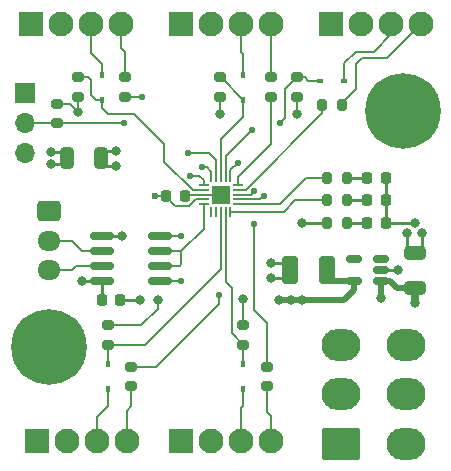
<source format=gbr>
%TF.GenerationSoftware,KiCad,Pcbnew,7.0.8*%
%TF.CreationDate,2024-01-22T00:16:33-08:00*%
%TF.ProjectId,PWMGen R1,50574d47-656e-4205-9231-2e6b69636164,rev?*%
%TF.SameCoordinates,Original*%
%TF.FileFunction,Copper,L1,Top*%
%TF.FilePolarity,Positive*%
%FSLAX46Y46*%
G04 Gerber Fmt 4.6, Leading zero omitted, Abs format (unit mm)*
G04 Created by KiCad (PCBNEW 7.0.8) date 2024-01-22 00:16:33*
%MOMM*%
%LPD*%
G01*
G04 APERTURE LIST*
G04 Aperture macros list*
%AMRoundRect*
0 Rectangle with rounded corners*
0 $1 Rounding radius*
0 $2 $3 $4 $5 $6 $7 $8 $9 X,Y pos of 4 corners*
0 Add a 4 corners polygon primitive as box body*
4,1,4,$2,$3,$4,$5,$6,$7,$8,$9,$2,$3,0*
0 Add four circle primitives for the rounded corners*
1,1,$1+$1,$2,$3*
1,1,$1+$1,$4,$5*
1,1,$1+$1,$6,$7*
1,1,$1+$1,$8,$9*
0 Add four rect primitives between the rounded corners*
20,1,$1+$1,$2,$3,$4,$5,0*
20,1,$1+$1,$4,$5,$6,$7,0*
20,1,$1+$1,$6,$7,$8,$9,0*
20,1,$1+$1,$8,$9,$2,$3,0*%
G04 Aperture macros list end*
%TA.AperFunction,SMDPad,CuDef*%
%ADD10RoundRect,0.150000X0.825000X0.150000X-0.825000X0.150000X-0.825000X-0.150000X0.825000X-0.150000X0*%
%TD*%
%TA.AperFunction,SMDPad,CuDef*%
%ADD11RoundRect,0.218750X-0.218750X-0.256250X0.218750X-0.256250X0.218750X0.256250X-0.218750X0.256250X0*%
%TD*%
%TA.AperFunction,ComponentPad*%
%ADD12R,1.700000X1.700000*%
%TD*%
%TA.AperFunction,ComponentPad*%
%ADD13O,1.700000X1.700000*%
%TD*%
%TA.AperFunction,SMDPad,CuDef*%
%ADD14RoundRect,0.200000X0.200000X0.275000X-0.200000X0.275000X-0.200000X-0.275000X0.200000X-0.275000X0*%
%TD*%
%TA.AperFunction,SMDPad,CuDef*%
%ADD15R,0.600000X0.450000*%
%TD*%
%TA.AperFunction,SMDPad,CuDef*%
%ADD16RoundRect,0.200000X-0.275000X0.200000X-0.275000X-0.200000X0.275000X-0.200000X0.275000X0.200000X0*%
%TD*%
%TA.AperFunction,SMDPad,CuDef*%
%ADD17R,0.450000X0.600000*%
%TD*%
%TA.AperFunction,SMDPad,CuDef*%
%ADD18RoundRect,0.250000X0.325000X0.650000X-0.325000X0.650000X-0.325000X-0.650000X0.325000X-0.650000X0*%
%TD*%
%TA.AperFunction,ComponentPad*%
%ADD19R,2.100000X2.100000*%
%TD*%
%TA.AperFunction,ComponentPad*%
%ADD20C,2.100000*%
%TD*%
%TA.AperFunction,ComponentPad*%
%ADD21C,0.800000*%
%TD*%
%TA.AperFunction,ComponentPad*%
%ADD22C,6.400000*%
%TD*%
%TA.AperFunction,SMDPad,CuDef*%
%ADD23RoundRect,0.225000X0.225000X0.250000X-0.225000X0.250000X-0.225000X-0.250000X0.225000X-0.250000X0*%
%TD*%
%TA.AperFunction,ComponentPad*%
%ADD24RoundRect,0.250001X1.399999X-1.099999X1.399999X1.099999X-1.399999X1.099999X-1.399999X-1.099999X0*%
%TD*%
%TA.AperFunction,ComponentPad*%
%ADD25O,3.300000X2.700000*%
%TD*%
%TA.AperFunction,SMDPad,CuDef*%
%ADD26RoundRect,0.250000X0.412500X0.925000X-0.412500X0.925000X-0.412500X-0.925000X0.412500X-0.925000X0*%
%TD*%
%TA.AperFunction,SMDPad,CuDef*%
%ADD27RoundRect,0.200000X0.275000X-0.200000X0.275000X0.200000X-0.275000X0.200000X-0.275000X-0.200000X0*%
%TD*%
%TA.AperFunction,SMDPad,CuDef*%
%ADD28RoundRect,0.150000X0.512500X0.150000X-0.512500X0.150000X-0.512500X-0.150000X0.512500X-0.150000X0*%
%TD*%
%TA.AperFunction,ComponentPad*%
%ADD29RoundRect,0.250000X-0.725000X0.600000X-0.725000X-0.600000X0.725000X-0.600000X0.725000X0.600000X0*%
%TD*%
%TA.AperFunction,ComponentPad*%
%ADD30O,1.950000X1.700000*%
%TD*%
%TA.AperFunction,SMDPad,CuDef*%
%ADD31RoundRect,0.250000X-0.650000X0.325000X-0.650000X-0.325000X0.650000X-0.325000X0.650000X0.325000X0*%
%TD*%
%TA.AperFunction,SMDPad,CuDef*%
%ADD32RoundRect,0.050000X-0.375000X-0.050000X0.375000X-0.050000X0.375000X0.050000X-0.375000X0.050000X0*%
%TD*%
%TA.AperFunction,SMDPad,CuDef*%
%ADD33RoundRect,0.050000X-0.050000X-0.375000X0.050000X-0.375000X0.050000X0.375000X-0.050000X0.375000X0*%
%TD*%
%TA.AperFunction,SMDPad,CuDef*%
%ADD34R,1.650000X1.650000*%
%TD*%
%TA.AperFunction,ViaPad*%
%ADD35C,0.600000*%
%TD*%
%TA.AperFunction,ViaPad*%
%ADD36C,0.800000*%
%TD*%
%TA.AperFunction,ViaPad*%
%ADD37C,0.550000*%
%TD*%
%TA.AperFunction,Conductor*%
%ADD38C,0.250000*%
%TD*%
%TA.AperFunction,Conductor*%
%ADD39C,0.203200*%
%TD*%
%TA.AperFunction,Conductor*%
%ADD40C,0.254000*%
%TD*%
%TA.AperFunction,Conductor*%
%ADD41C,0.152400*%
%TD*%
%TA.AperFunction,Conductor*%
%ADD42C,0.635000*%
%TD*%
%TA.AperFunction,Conductor*%
%ADD43C,0.500000*%
%TD*%
G04 APERTURE END LIST*
D10*
%TO.P,U3,1,RO*%
%TO.N,/RXD*%
X-122326100Y141648600D03*
%TO.P,U3,2,~{RE}*%
%TO.N,/XDIR*%
X-122326100Y142918600D03*
%TO.P,U3,3,DE*%
X-122326100Y144188600D03*
%TO.P,U3,4,DI*%
%TO.N,/TXD*%
X-122326100Y145458600D03*
%TO.P,U3,5,GND*%
%TO.N,GND*%
X-127276100Y145458600D03*
%TO.P,U3,6,A*%
%TO.N,Net-(U3-A)*%
X-127276100Y144188600D03*
%TO.P,U3,7,B*%
%TO.N,Net-(U3-B)*%
X-127276100Y142918600D03*
%TO.P,U3,8,VCC*%
%TO.N,5V*%
X-127276100Y141648600D03*
%TD*%
D11*
%TO.P,D5,1,1*%
%TO.N,Net-(D5-Pad1)*%
X-104801100Y146553600D03*
%TO.P,D5,2,2*%
%TO.N,GND*%
X-103226100Y146553600D03*
%TD*%
D12*
%TO.P,P6,1,1*%
%TO.N,GND*%
X-133801100Y157578600D03*
D13*
%TO.P,P6,2,2*%
%TO.N,/UPDI{slash}~{RESET}*%
X-133801100Y155038600D03*
%TO.P,P6,3,3*%
%TO.N,5V*%
X-133801100Y152498600D03*
%TD*%
D14*
%TO.P,R16,1,1*%
%TO.N,/PWM_OUT3*%
X-106976100Y156553600D03*
%TO.P,R16,2,2*%
%TO.N,Net-(U1-PB0)*%
X-108626100Y156553600D03*
%TD*%
D15*
%TO.P,D15,1,1*%
%TO.N,/Tach3*%
X-106751100Y158553600D03*
%TO.P,D15,2,2*%
%TO.N,Net-(U1-PC2)*%
X-108851100Y158553600D03*
%TD*%
D16*
%TO.P,R17,1,1*%
%TO.N,Net-(U1-PA3)*%
X-129301100Y158878600D03*
%TO.P,R17,2,2*%
%TO.N,5V*%
X-129301100Y157228600D03*
%TD*%
%TO.P,R1,1,1*%
%TO.N,/PWM_OUT1*%
X-125301100Y158878600D03*
%TO.P,R1,2,2*%
%TO.N,Net-(U1-PC1)*%
X-125301100Y157228600D03*
%TD*%
D17*
%TO.P,D1,1,1*%
%TO.N,/Tach4*%
X-126801100Y132503600D03*
%TO.P,D1,2,2*%
%TO.N,Net-(U1-PA7)*%
X-126801100Y134603600D03*
%TD*%
D18*
%TO.P,C11,1,1*%
%TO.N,GND*%
X-127326100Y152053600D03*
%TO.P,C11,2,2*%
%TO.N,5V*%
X-130276100Y152053600D03*
%TD*%
D19*
%TO.P,J1,1,Pin_1*%
%TO.N,GND*%
X-132801100Y128053600D03*
D20*
%TO.P,J1,2,Pin_2*%
%TO.N,12V*%
X-130261100Y128053600D03*
%TO.P,J1,3,Pin_3*%
%TO.N,/Tach4*%
X-127721100Y128053600D03*
%TO.P,J1,4,Pin_4*%
%TO.N,/PWM_OUT4*%
X-125181100Y128053600D03*
%TD*%
D21*
%TO.P,H1,1*%
%TO.N,N/C*%
X-134201100Y136053600D03*
X-133498156Y137750656D03*
X-133498156Y134356544D03*
X-131801100Y138453600D03*
D22*
X-131801100Y136053600D03*
D21*
X-131801100Y133653600D03*
X-130104044Y137750656D03*
X-130104044Y134356544D03*
X-129401100Y136053600D03*
%TD*%
%TO.P,H2,1*%
%TO.N,N/C*%
X-104201100Y156053600D03*
X-103498156Y157750656D03*
X-103498156Y154356544D03*
X-101801100Y158453600D03*
D22*
X-101801100Y156053600D03*
D21*
X-101801100Y153653600D03*
X-100104044Y157750656D03*
X-100104044Y154356544D03*
X-99401100Y156053600D03*
%TD*%
D17*
%TO.P,D4,1,1*%
%TO.N,/Tach2*%
X-115301100Y159103600D03*
%TO.P,D4,2,2*%
%TO.N,Net-(U1-PC3)*%
X-115301100Y157003600D03*
%TD*%
D23*
%TO.P,C8,1,1*%
%TO.N,GND*%
X-120276100Y148803600D03*
%TO.P,C8,2,2*%
%TO.N,5V*%
X-121826100Y148803600D03*
%TD*%
D11*
%TO.P,D6,1,1*%
%TO.N,Net-(D6-Pad1)*%
X-104801100Y148458600D03*
%TO.P,D6,2,2*%
%TO.N,GND*%
X-103226100Y148458600D03*
%TD*%
D24*
%TO.P,J2,1,Pin_1*%
%TO.N,12V*%
X-107051100Y127853600D03*
D25*
%TO.P,J2,2,Pin_2*%
X-107051100Y132053600D03*
%TO.P,J2,3,Pin_3*%
X-107051100Y136253600D03*
%TO.P,J2,4,Pin_4*%
%TO.N,GND*%
X-101551100Y127853600D03*
%TO.P,J2,5,Pin_5*%
X-101551100Y132053600D03*
%TO.P,J2,6,Pin_6*%
X-101551100Y136253600D03*
%TD*%
D19*
%TO.P,J3,1,Pin_1*%
%TO.N,GND*%
X-120561100Y128053600D03*
D20*
%TO.P,J3,2,Pin_2*%
%TO.N,12V*%
X-118021100Y128053600D03*
%TO.P,J3,3,Pin_3*%
%TO.N,/Tach5*%
X-115481100Y128053600D03*
%TO.P,J3,4,Pin_4*%
%TO.N,/PWM_OUT5*%
X-112941100Y128053600D03*
%TD*%
D26*
%TO.P,C13,1,1*%
%TO.N,5V*%
X-108263600Y142553600D03*
%TO.P,C13,2,2*%
%TO.N,GND*%
X-111338600Y142553600D03*
%TD*%
D16*
%TO.P,R5,1,1*%
%TO.N,Net-(U1-PC2)*%
X-110801100Y158878600D03*
%TO.P,R5,2,2*%
%TO.N,5V*%
X-110801100Y157228600D03*
%TD*%
D27*
%TO.P,R7,1,1*%
%TO.N,Net-(U1-PB5)*%
X-115301100Y136228600D03*
%TO.P,R7,2,2*%
%TO.N,5V*%
X-115301100Y137878600D03*
%TD*%
D17*
%TO.P,D3,1,1*%
%TO.N,/Tach1*%
X-127301100Y159103600D03*
%TO.P,D3,2,2*%
%TO.N,Net-(U1-PA3)*%
X-127301100Y157003600D03*
%TD*%
D11*
%TO.P,D7,1,1*%
%TO.N,Net-(D7-Pad1)*%
X-104801100Y150363600D03*
%TO.P,D7,2,2*%
%TO.N,GND*%
X-103226100Y150363600D03*
%TD*%
D19*
%TO.P,J5,1,Pin_1*%
%TO.N,GND*%
X-120561100Y163423600D03*
D20*
%TO.P,J5,2,Pin_2*%
%TO.N,12V*%
X-118021100Y163423600D03*
%TO.P,J5,3,Pin_3*%
%TO.N,/Tach2*%
X-115481100Y163423600D03*
%TO.P,J5,4,Pin_4*%
%TO.N,/PWM_OUT2*%
X-112941100Y163423600D03*
%TD*%
D27*
%TO.P,R9,1,1*%
%TO.N,/PWM_OUT4*%
X-124801100Y132728600D03*
%TO.P,R9,2,2*%
%TO.N,Net-(U1-PB2{slash}TOSC2)*%
X-124801100Y134378600D03*
%TD*%
D28*
%TO.P,U2,1,In*%
%TO.N,12V*%
X-103663600Y141603600D03*
%TO.P,U2,2,Gnd*%
%TO.N,GND*%
X-103663600Y142553600D03*
%TO.P,U2,3,En*%
%TO.N,unconnected-(U2-En-Pad3)*%
X-103663600Y143503600D03*
%TO.P,U2,4*%
%TO.N,N/C*%
X-105938600Y143503600D03*
%TO.P,U2,5,Out*%
%TO.N,5V*%
X-105938600Y141603600D03*
%TD*%
D19*
%TO.P,J6,1,Pin_1*%
%TO.N,GND*%
X-107861100Y163423600D03*
D20*
%TO.P,J6,2,Pin_2*%
%TO.N,12V*%
X-105321100Y163423600D03*
%TO.P,J6,3,Pin_3*%
%TO.N,/Tach3*%
X-102781100Y163423600D03*
%TO.P,J6,4,Pin_4*%
%TO.N,/PWM_OUT3*%
X-100241100Y163423600D03*
%TD*%
D14*
%TO.P,R12,1,1*%
%TO.N,Net-(D6-Pad1)*%
X-106553600Y148458600D03*
%TO.P,R12,2,2*%
%TO.N,Net-(U1-PB4)*%
X-108203600Y148458600D03*
%TD*%
D27*
%TO.P,R3,1,1*%
%TO.N,Net-(U1-PA7)*%
X-126801100Y136228600D03*
%TO.P,R3,2,2*%
%TO.N,5V*%
X-126801100Y137878600D03*
%TD*%
D14*
%TO.P,R11,1,1*%
%TO.N,Net-(D5-Pad1)*%
X-106553600Y146553600D03*
%TO.P,R11,2,2*%
%TO.N,5V*%
X-108203600Y146553600D03*
%TD*%
D29*
%TO.P,P1,1,1*%
%TO.N,GND*%
X-131801100Y147553600D03*
D30*
%TO.P,P1,2,2*%
%TO.N,Net-(U3-A)*%
X-131801100Y145053600D03*
%TO.P,P1,3,3*%
%TO.N,Net-(U3-B)*%
X-131801100Y142553600D03*
%TD*%
D19*
%TO.P,J4,1,Pin_1*%
%TO.N,GND*%
X-133261100Y163423600D03*
D20*
%TO.P,J4,2,Pin_2*%
%TO.N,12V*%
X-130721100Y163423600D03*
%TO.P,J4,3,Pin_3*%
%TO.N,/Tach1*%
X-128181100Y163423600D03*
%TO.P,J4,4,Pin_4*%
%TO.N,/PWM_OUT1*%
X-125641100Y163423600D03*
%TD*%
D14*
%TO.P,R13,1,1*%
%TO.N,Net-(D7-Pad1)*%
X-106553600Y150363600D03*
%TO.P,R13,2,2*%
%TO.N,Net-(U1-PB3{slash}TOSC1)*%
X-108203600Y150363600D03*
%TD*%
D31*
%TO.P,C10,1,1*%
%TO.N,GND*%
X-100801100Y144028600D03*
%TO.P,C10,2,2*%
%TO.N,12V*%
X-100801100Y141078600D03*
%TD*%
D23*
%TO.P,C1,1,1*%
%TO.N,GND*%
X-125726100Y140053600D03*
%TO.P,C1,2,2*%
%TO.N,5V*%
X-127276100Y140053600D03*
%TD*%
D32*
%TO.P,U1,1,PA2/SCL*%
%TO.N,/RXD*%
X-118661100Y149763600D03*
%TO.P,U1,2,PA3*%
%TO.N,Net-(U1-PA3)*%
X-118661100Y149363600D03*
%TO.P,U1,3,GND*%
%TO.N,GND*%
X-118661100Y148963600D03*
%TO.P,U1,4,VDD*%
%TO.N,5V*%
X-118661100Y148563600D03*
%TO.P,U1,5,PA4*%
%TO.N,/XDIR*%
X-118661100Y148163600D03*
D33*
%TO.P,U1,6,PA5*%
%TO.N,unconnected-(U1-PA5-Pad6)*%
X-118011100Y147513600D03*
%TO.P,U1,7,PA6*%
%TO.N,unconnected-(U1-PA6-Pad7)*%
X-117611100Y147513600D03*
%TO.P,U1,8,PA7*%
%TO.N,Net-(U1-PA7)*%
X-117211100Y147513600D03*
%TO.P,U1,9,PB5*%
%TO.N,Net-(U1-PB5)*%
X-116811100Y147513600D03*
%TO.P,U1,10,PB4*%
%TO.N,Net-(U1-PB4)*%
X-116411100Y147513600D03*
D32*
%TO.P,U1,11,PB3/TOSC1*%
%TO.N,Net-(U1-PB3{slash}TOSC1)*%
X-115761100Y148163600D03*
%TO.P,U1,12,PB2/TOSC2*%
%TO.N,Net-(U1-PB2{slash}TOSC2)*%
X-115761100Y148563600D03*
%TO.P,U1,13,PB1*%
%TO.N,Net-(U1-PB1)*%
X-115761100Y148963600D03*
%TO.P,U1,14,PB0*%
%TO.N,Net-(U1-PB0)*%
X-115761100Y149363600D03*
%TO.P,U1,15,PC0*%
%TO.N,Net-(U1-PC0)*%
X-115761100Y149763600D03*
D33*
%TO.P,U1,16,PC1*%
%TO.N,Net-(U1-PC1)*%
X-116411100Y150413600D03*
%TO.P,U1,17,PC2*%
%TO.N,Net-(U1-PC2)*%
X-116811100Y150413600D03*
%TO.P,U1,18,PC3*%
%TO.N,Net-(U1-PC3)*%
X-117211100Y150413600D03*
%TO.P,U1,19,PA0/~{RESET}/UPDI*%
%TO.N,/UPDI{slash}~{RESET}*%
X-117611100Y150413600D03*
%TO.P,U1,20,PA1/SDA*%
%TO.N,/TXD*%
X-118011100Y150413600D03*
D34*
%TO.P,U1,21,PAD*%
%TO.N,GND*%
X-117211100Y148963600D03*
%TD*%
D27*
%TO.P,R10,1,1*%
%TO.N,/PWM_OUT5*%
X-113301100Y132728600D03*
%TO.P,R10,2,2*%
%TO.N,Net-(U1-PB1)*%
X-113301100Y134378600D03*
%TD*%
D16*
%TO.P,R4,1,1*%
%TO.N,Net-(U1-PC3)*%
X-117301100Y158878600D03*
%TO.P,R4,2,2*%
%TO.N,5V*%
X-117301100Y157228600D03*
%TD*%
%TO.P,R2,1,1*%
%TO.N,/PWM_OUT2*%
X-112941100Y158878600D03*
%TO.P,R2,2,2*%
%TO.N,Net-(U1-PC0)*%
X-112941100Y157228600D03*
%TD*%
D27*
%TO.P,R6,1,1*%
%TO.N,/UPDI{slash}~{RESET}*%
X-131051100Y154978600D03*
%TO.P,R6,2,2*%
%TO.N,5V*%
X-131051100Y156628600D03*
%TD*%
D17*
%TO.P,D2,1,1*%
%TO.N,/Tach5*%
X-115301100Y132503600D03*
%TO.P,D2,2,2*%
%TO.N,Net-(U1-PB5)*%
X-115301100Y134603600D03*
%TD*%
D35*
%TO.N,GND*%
X-116801100Y148553600D03*
D36*
X-126128600Y152688600D03*
D35*
X-117551100Y149303600D03*
X-116801100Y149303600D03*
D36*
X-100801100Y146553600D03*
X-100166100Y145728600D03*
X-126128600Y151418600D03*
X-101436100Y145728600D03*
X-112976100Y141918600D03*
X-125596100Y145458600D03*
X-102228600Y142553600D03*
X-112976100Y143188600D03*
X-124046100Y140053600D03*
D35*
X-117551100Y148553600D03*
D36*
%TO.N,12V*%
X-100801100Y139808600D03*
X-103663600Y140191100D03*
%TO.N,5V*%
X-110301100Y146553600D03*
X-128956100Y141648600D03*
X-112301100Y140053600D03*
X-131571100Y151533600D03*
X-117301100Y155803600D03*
X-129301100Y155953600D03*
D35*
X-122801100Y148803600D03*
D36*
X-110801100Y155803600D03*
X-115301100Y140153600D03*
X-111301100Y140053600D03*
X-131571100Y152553600D03*
X-110301100Y140053600D03*
X-122551100Y140053600D03*
D37*
%TO.N,/RXD*%
X-119801100Y150553600D03*
X-120551100Y141648600D03*
%TO.N,/TXD*%
X-118801100Y151303600D03*
X-120551100Y145458600D03*
%TO.N,Net-(U1-PC1)*%
X-115801100Y151653600D03*
X-123876100Y157228600D03*
%TO.N,/UPDI{slash}~{RESET}*%
X-125386100Y155038600D03*
X-120001100Y152453600D03*
%TO.N,Net-(U1-PB1)*%
X-114401100Y149253600D03*
X-114401100Y146453600D03*
%TO.N,Net-(U1-PB2{slash}TOSC2)*%
X-113601100Y148853600D03*
X-117401100Y140453600D03*
%TO.N,Net-(U1-PC2)*%
X-112201100Y155053600D03*
X-114601100Y154453600D03*
%TD*%
D38*
%TO.N,GND*%
X-102228600Y142553600D02*
X-103663600Y142553600D01*
X-103226100Y146553600D02*
X-100801100Y146553600D01*
X-127398600Y151418600D02*
X-126128600Y151418600D01*
X-111706100Y143188600D02*
X-112976100Y143188600D01*
D39*
X-120116100Y148963600D02*
X-118661100Y148963600D01*
D40*
X-125726100Y140053600D02*
X-124046100Y140053600D01*
D38*
X-103226100Y146553600D02*
X-103226100Y150363600D01*
D41*
X-118661100Y148963600D02*
X-117551100Y148963600D01*
D38*
X-111706100Y141918600D02*
X-112976100Y141918600D01*
D41*
X-120276100Y148803600D02*
X-120116100Y148963600D01*
D38*
X-127398600Y152688600D02*
X-126128600Y152688600D01*
D40*
X-100166100Y144458600D02*
X-100166100Y145728600D01*
D41*
X-117551100Y148963600D02*
X-117211100Y148963600D01*
D40*
X-127276100Y145458600D02*
X-125596100Y145458600D01*
X-101436100Y144458600D02*
X-101436100Y145728600D01*
D42*
%TO.N,12V*%
X-100801100Y141078600D02*
X-100801100Y139808600D01*
D43*
X-103663600Y140191100D02*
X-103663600Y141603600D01*
X-102851100Y141603600D02*
X-102301100Y141053600D01*
X-102301100Y141053600D02*
X-100826100Y141053600D01*
X-100826100Y141053600D02*
X-100801100Y141078600D01*
X-103663600Y141603600D02*
X-102851100Y141603600D01*
D42*
X-106581100Y136723600D02*
X-107051100Y136253600D01*
D41*
%TO.N,5V*%
X-115301100Y137878600D02*
X-115301100Y140153600D01*
D39*
X-121138600Y148116100D02*
X-120976100Y147953600D01*
D41*
X-122551100Y139303600D02*
X-122551100Y140053600D01*
D40*
X-127276100Y140053600D02*
X-127276100Y141648600D01*
D39*
X-121826100Y148803600D02*
X-122801100Y148803600D01*
D43*
X-110301100Y140053600D02*
X-111301100Y140053600D01*
D41*
X-129301100Y157228600D02*
X-129301100Y155953600D01*
D43*
X-108263600Y142116100D02*
X-108263600Y142553600D01*
X-105938600Y140916100D02*
X-106801100Y140053600D01*
D39*
X-119291100Y148563600D02*
X-119701100Y148153600D01*
D41*
X-131051100Y156628600D02*
X-129976100Y156628600D01*
D39*
X-119901100Y147953600D02*
X-120201100Y147953600D01*
D43*
X-105938600Y141603600D02*
X-107751100Y141603600D01*
D38*
X-130301100Y152553600D02*
X-131571100Y152553600D01*
D41*
X-123976100Y137878600D02*
X-122551100Y139303600D01*
D39*
X-121074900Y148052400D02*
X-121138600Y148116100D01*
D41*
X-117301100Y157228600D02*
X-117301100Y155803600D01*
X-110801100Y157228600D02*
X-110801100Y155803600D01*
D40*
X-127276100Y141648600D02*
X-128956100Y141648600D01*
D39*
X-118661100Y148563600D02*
X-119291100Y148563600D01*
D41*
X-129301100Y157228600D02*
X-129076100Y157003600D01*
D38*
X-110301100Y146553600D02*
X-108203600Y146553600D01*
D41*
X-129976100Y156628600D02*
X-129301100Y155953600D01*
D39*
X-120201100Y147953600D02*
X-120701100Y147953600D01*
X-120976100Y147953600D02*
X-120701100Y147953600D01*
X-121138600Y148116100D02*
X-121826100Y148803600D01*
D41*
X-126801100Y137878600D02*
X-123976100Y137878600D01*
D43*
X-106801100Y140053600D02*
X-110301100Y140053600D01*
X-111301100Y140053600D02*
X-112301100Y140053600D01*
X-107751100Y141603600D02*
X-108263600Y142116100D01*
D39*
X-119701100Y148153600D02*
X-119802300Y148052400D01*
D43*
X-105938600Y141603600D02*
X-105938600Y140916100D01*
D38*
X-130301100Y151533600D02*
X-131571100Y151533600D01*
D39*
X-119701100Y148153600D02*
X-119901100Y147953600D01*
D41*
%TO.N,/RXD*%
X-119051100Y150553600D02*
X-119801100Y150553600D01*
X-118661100Y150163600D02*
X-119051100Y150553600D01*
X-122326100Y141648600D02*
X-120551100Y141648600D01*
X-118661100Y149763600D02*
X-118661100Y150163600D01*
%TO.N,/XDIR*%
X-120551100Y143053600D02*
X-120551100Y144188600D01*
X-118661100Y146078600D02*
X-120551100Y144188600D01*
X-120551100Y144188600D02*
X-122326100Y144188600D01*
X-118661100Y148163600D02*
X-118661100Y146078600D01*
X-122326100Y142918600D02*
X-120686100Y142918600D01*
X-120686100Y142918600D02*
X-120551100Y143053600D01*
%TO.N,/TXD*%
X-118011100Y150413600D02*
X-118011100Y150899918D01*
X-118414782Y151303600D02*
X-118801100Y151303600D01*
X-118011100Y150899918D02*
X-118414782Y151303600D01*
X-122326100Y145458600D02*
X-120551100Y145458600D01*
%TO.N,Net-(U3-A)*%
X-131801100Y145053600D02*
X-129801100Y145053600D01*
X-129801100Y145053600D02*
X-128936100Y144188600D01*
X-128936100Y144188600D02*
X-127276100Y144188600D01*
%TO.N,Net-(U3-B)*%
X-127276100Y142918600D02*
X-129436100Y142918600D01*
X-131801100Y142553600D02*
X-129801100Y142553600D01*
X-129436100Y142918600D02*
X-129801100Y142553600D01*
%TO.N,/Tach4*%
X-127721100Y130133600D02*
X-126801100Y131053600D01*
X-126801100Y131053600D02*
X-126801100Y132503600D01*
X-127721100Y128053600D02*
X-127721100Y130133600D01*
%TO.N,/Tach1*%
X-127301100Y159103600D02*
X-127301100Y160053600D01*
X-127301100Y160053600D02*
X-128181100Y160933600D01*
X-128181100Y160933600D02*
X-128181100Y163423600D01*
%TO.N,/Tach2*%
X-115301100Y160873600D02*
X-115481100Y161053600D01*
X-115301100Y159103600D02*
X-115301100Y160873600D01*
X-115481100Y163423600D02*
X-115481100Y161053600D01*
D38*
%TO.N,Net-(D5-Pad1)*%
X-104801100Y146553600D02*
X-106553600Y146553600D01*
%TO.N,Net-(D6-Pad1)*%
X-106553600Y148458600D02*
X-104801100Y148458600D01*
%TO.N,Net-(D7-Pad1)*%
X-104801100Y150363600D02*
X-106553600Y150363600D01*
D41*
%TO.N,/Tach3*%
X-106751100Y158553600D02*
X-106751100Y160103600D01*
X-102781100Y162523600D02*
X-102781100Y163423600D01*
X-104251100Y161053600D02*
X-102781100Y162523600D01*
X-105801100Y161053600D02*
X-104251100Y161053600D01*
X-106751100Y160103600D02*
X-105801100Y161053600D01*
%TO.N,Net-(U1-PC1)*%
X-125301100Y157228600D02*
X-123876100Y157228600D01*
X-116411100Y151043600D02*
X-115801100Y151653600D01*
X-116411100Y150413600D02*
X-116411100Y151043600D01*
%TO.N,/PWM_OUT1*%
X-125641100Y163423600D02*
X-125641100Y161393600D01*
X-125301100Y161053600D02*
X-125301100Y158878600D01*
X-125641100Y161393600D02*
X-125301100Y161053600D01*
%TO.N,/PWM_OUT2*%
X-112941100Y158878600D02*
X-112941100Y163423600D01*
%TO.N,/PWM_OUT3*%
X-103111100Y160553600D02*
X-100241100Y163423600D01*
X-105801100Y157863600D02*
X-105801100Y160053600D01*
X-106976100Y156688600D02*
X-105801100Y157863600D01*
X-105301100Y160553600D02*
X-103111100Y160553600D01*
X-106976100Y156553600D02*
X-106976100Y156688600D01*
D38*
X-100051100Y163233600D02*
X-100241100Y163423600D01*
D41*
X-105801100Y160053600D02*
X-105301100Y160553600D01*
%TO.N,/UPDI{slash}~{RESET}*%
X-117611100Y151863600D02*
X-118201100Y152453600D01*
X-118201100Y152453600D02*
X-120001100Y152453600D01*
X-117611100Y150413600D02*
X-117611100Y151863600D01*
X-127816100Y155038600D02*
X-125386100Y155038600D01*
X-133801100Y155038600D02*
X-127816100Y155038600D01*
%TO.N,Net-(U1-PB1)*%
X-113301100Y138053600D02*
X-113301100Y134378600D01*
X-114401100Y146453600D02*
X-114401100Y139153600D01*
X-114691100Y148963600D02*
X-114401100Y149253600D01*
X-115761100Y148963600D02*
X-114691100Y148963600D01*
X-114401100Y139153600D02*
X-113301100Y138053600D01*
%TO.N,Net-(U1-PB3{slash}TOSC1)*%
X-115761100Y148163600D02*
X-112191100Y148163600D01*
X-112191100Y148163600D02*
X-109991100Y150363600D01*
X-109991100Y150363600D02*
X-108203600Y150363600D01*
%TO.N,Net-(U1-PB4)*%
X-108203600Y148458600D02*
X-110896100Y148458600D01*
X-110896100Y148458600D02*
X-111841100Y147513600D01*
X-111841100Y147513600D02*
X-116411100Y147513600D01*
X-108253600Y148408600D02*
X-108203600Y148458600D01*
%TO.N,Net-(U1-PB2{slash}TOSC2)*%
X-124801100Y134378600D02*
X-122676100Y134378600D01*
X-117401100Y139653600D02*
X-117401100Y140453600D01*
X-115761100Y148563600D02*
X-113891100Y148563600D01*
X-122676100Y134378600D02*
X-117401100Y139653600D01*
X-113891100Y148563600D02*
X-113601100Y148853600D01*
%TO.N,/Tach5*%
X-115301100Y131053600D02*
X-115301100Y132503600D01*
X-115481100Y128053600D02*
X-115481100Y130873600D01*
X-115481100Y130873600D02*
X-115301100Y131053600D01*
%TO.N,/PWM_OUT4*%
X-125181100Y130673600D02*
X-124801100Y131053600D01*
X-124801100Y131053600D02*
X-124801100Y132728600D01*
X-125181100Y128053600D02*
X-125181100Y130673600D01*
%TO.N,/PWM_OUT5*%
X-112941100Y130193600D02*
X-113301100Y130553600D01*
X-112941100Y128053600D02*
X-112941100Y130193600D01*
X-113301100Y130553600D02*
X-113301100Y132728600D01*
%TO.N,Net-(U1-PA7)*%
X-117211100Y142643600D02*
X-117211100Y147513600D01*
X-126801100Y136228600D02*
X-123626100Y136228600D01*
X-123626100Y136228600D02*
X-117211100Y142643600D01*
X-126801100Y134603600D02*
X-126801100Y136228600D01*
%TO.N,Net-(U1-PB5)*%
X-115301100Y136228600D02*
X-115301100Y134603600D01*
X-116811100Y141563600D02*
X-116301100Y141053600D01*
X-116301100Y141053600D02*
X-116301100Y137228600D01*
X-116301100Y137228600D02*
X-115301100Y136228600D01*
X-116811100Y147513600D02*
X-116811100Y141563600D01*
%TO.N,Net-(U1-PC0)*%
X-115761100Y150453600D02*
X-112941100Y153273600D01*
X-115761100Y149763600D02*
X-115761100Y150453600D01*
X-112941100Y153273600D02*
X-112941100Y157228600D01*
%TO.N,Net-(U1-PB0)*%
X-115091100Y149363600D02*
X-108626100Y155828600D01*
X-108626100Y155828600D02*
X-108626100Y156553600D01*
X-115761100Y149363600D02*
X-115091100Y149363600D01*
%TO.N,Net-(U1-PA3)*%
X-124551100Y155803600D02*
X-122001100Y153253600D01*
X-129301100Y158878600D02*
X-128426100Y158878600D01*
X-128201100Y157403600D02*
X-127801100Y157003600D01*
X-127801100Y157003600D02*
X-127301100Y157003600D01*
X-127301100Y157003600D02*
X-127301100Y156303600D01*
X-119611100Y149363600D02*
X-118661100Y149363600D01*
X-127301100Y156303600D02*
X-126801100Y155803600D01*
X-122001100Y151753600D02*
X-119611100Y149363600D01*
X-126801100Y155803600D02*
X-124551100Y155803600D01*
X-128426100Y158878600D02*
X-128201100Y158653600D01*
X-128201100Y158653600D02*
X-128201100Y157403600D01*
X-122001100Y153253600D02*
X-122001100Y151753600D01*
%TO.N,Net-(U1-PC3)*%
X-117211100Y150413600D02*
X-117211100Y153643600D01*
X-117301100Y158878600D02*
X-117176100Y158878600D01*
X-115301100Y155553600D02*
X-115301100Y157003600D01*
X-117211100Y153643600D02*
X-115301100Y155553600D01*
X-117176100Y158878600D02*
X-115301100Y157003600D01*
%TO.N,Net-(U1-PC2)*%
X-111801100Y157878600D02*
X-110801100Y158878600D01*
X-111801100Y155453600D02*
X-111801100Y157878600D01*
X-110126100Y158878600D02*
X-109801100Y158553600D01*
X-116811100Y150413600D02*
X-116811100Y151653600D01*
X-116811100Y151653600D02*
X-116811100Y152043600D01*
X-116811100Y151653600D02*
X-116811100Y152243600D01*
X-116811100Y152043600D02*
X-116801100Y152053600D01*
X-110801100Y158878600D02*
X-110126100Y158878600D01*
X-108851100Y158553600D02*
X-109801100Y158553600D01*
X-116811100Y152243600D02*
X-114601100Y154453600D01*
X-112201100Y155053600D02*
X-111801100Y155453600D01*
%TD*%
M02*

</source>
